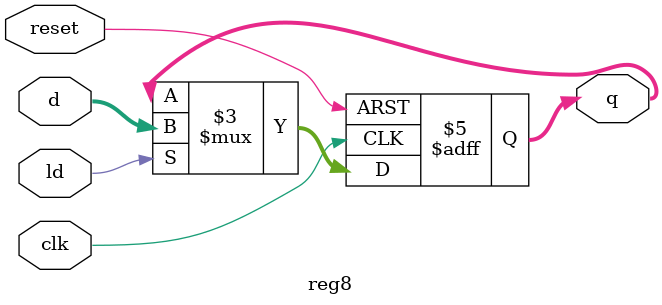
<source format=v>
`timescale 1ns / 1ps
module reg8(clk, reset, ld, d, q);

	input	clk, reset, ld;
	input [7:0] 		 d;
	
	output reg [7:0]  q;
	
	always @(posedge clk, posedge reset)
		if (reset) q <= 8'b0; else
		if (ld)	  q <= d;	  else
					  q <= q;


endmodule

</source>
